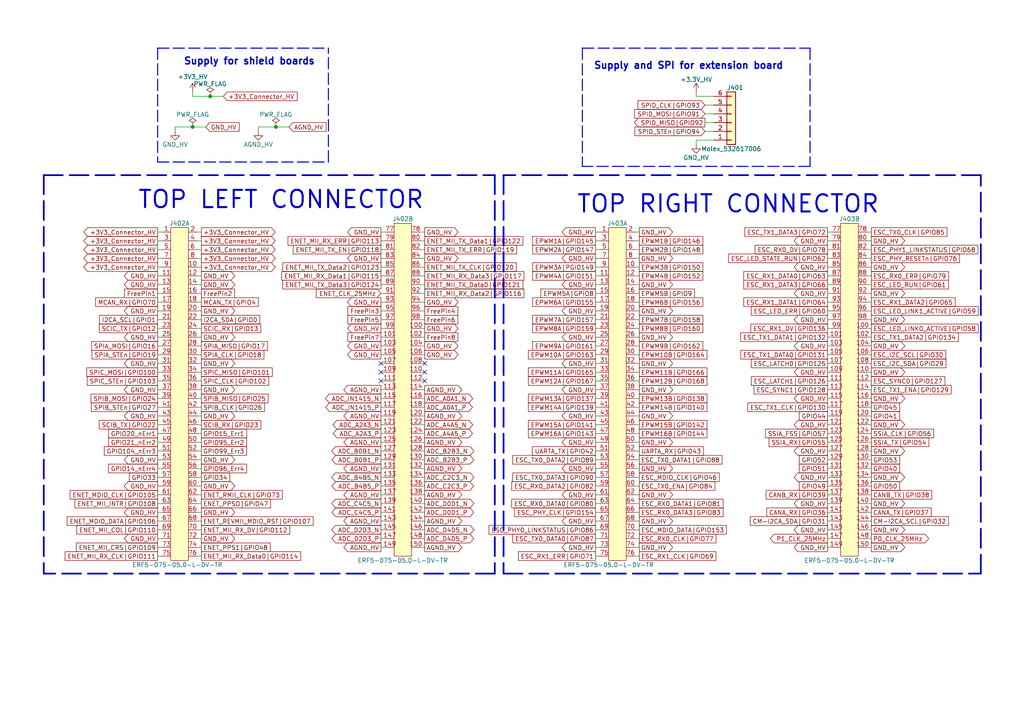
<source format=kicad_sch>
(kicad_sch (version 20211123) (generator eeschema)
  (paper "A4")
  (junction (at 55.88 36.83))
  (junction (at 60.96 27.94))
  (junction (at 80.01 36.83))
  (no_connect (at 123.19 110.49))
  (no_connect (at 110.49 110.49))
  (no_connect (at 123.19 105.41))
  (no_connect (at 123.19 107.95))
  (no_connect (at 110.49 105.41))
  (no_connect (at 110.49 107.95))
  (wire (pts (xy 251.46 82.55) (xy 252.73 82.55)))
  (wire (pts (xy 121.92 95.25) (xy 123.19 95.25)))
  (wire (pts (xy 57.15 146.05) (xy 58.42 146.05)))
  (wire (pts (xy 121.92 156.21) (xy 123.19 156.21)))
  (wire (pts (xy 172.72 146.05) (xy 173.99 146.05)))
  (wire (pts (xy 240.03 146.05) (xy 241.3 146.05)))
  (wire (pts (xy 240.03 85.09) (xy 241.3 85.09)))
  (wire (pts (xy 240.03 110.49) (xy 241.3 110.49)))
  (wire (pts (xy 184.15 130.81) (xy 185.42 130.81)))
  (wire (pts (xy 184.15 151.13) (xy 185.42 151.13)))
  (wire (pts (xy 110.49 90.17) (xy 111.76 90.17)))
  (wire (pts (xy 45.72 120.65) (xy 46.99 120.65)))
  (wire (pts (xy 110.49 156.21) (xy 111.76 156.21)))
  (wire (pts (xy 184.15 135.89) (xy 185.42 135.89)))
  (wire (pts (xy 45.72 125.73) (xy 46.99 125.73)))
  (wire (pts (xy 184.15 138.43) (xy 185.42 138.43)))
  (wire (pts (xy 57.15 120.65) (xy 58.42 120.65)))
  (polyline (pts (xy 168.91 13.97) (xy 168.91 48.26)) (stroke (width 0.3)))
  (wire (pts (xy 110.49 138.43) (xy 111.76 138.43)))
  (wire (pts (xy 57.15 113.03) (xy 58.42 113.03)))
  (wire (pts (xy 204.47 38.1) (xy 207.01 38.1)))
  (wire (pts (xy 240.03 153.67) (xy 241.3 153.67)))
  (wire (pts (xy 251.46 100.33) (xy 252.73 100.33)))
  (wire (pts (xy 57.15 105.41) (xy 58.42 105.41)))
  (polyline (pts (xy 12.7 50.8) (xy 12.7 166.37)) (stroke (width 0.5) (type dash)))
  (wire (pts (xy 172.72 120.65) (xy 173.99 120.65)))
  (wire (pts (xy 172.72 135.89) (xy 173.99 135.89)))
  (wire (pts (xy 110.49 80.01) (xy 111.76 80.01)))
  (wire (pts (xy 110.49 151.13) (xy 111.76 151.13)))
  (wire (pts (xy 45.72 153.67) (xy 46.99 153.67)))
  (wire (pts (xy 121.92 105.41) (xy 123.19 105.41)))
  (wire (pts (xy 172.72 148.59) (xy 173.99 148.59)))
  (wire (pts (xy 184.15 153.67) (xy 185.42 153.67)))
  (wire (pts (xy 172.72 156.21) (xy 173.99 156.21)))
  (wire (pts (xy 45.72 146.05) (xy 46.99 146.05)))
  (wire (pts (xy 121.92 153.67) (xy 123.19 153.67)))
  (wire (pts (xy 172.72 115.57) (xy 173.99 115.57)))
  (wire (pts (xy 110.49 95.25) (xy 111.76 95.25)))
  (polyline (pts (xy 143.51 50.8) (xy 143.51 166.37)) (stroke (width 0.5) (type dash)))
  (wire (pts (xy 172.72 95.25) (xy 173.99 95.25)))
  (wire (pts (xy 184.15 87.63) (xy 185.42 87.63)))
  (wire (pts (xy 184.15 102.87) (xy 185.42 102.87)))
  (wire (pts (xy 110.49 85.09) (xy 111.76 85.09)))
  (wire (pts (xy 110.49 107.95) (xy 111.76 107.95)))
  (wire (pts (xy 240.03 148.59) (xy 241.3 148.59)))
  (wire (pts (xy 110.49 100.33) (xy 111.76 100.33)))
  (wire (pts (xy 57.15 110.49) (xy 58.42 110.49)))
  (wire (pts (xy 45.72 140.97) (xy 46.99 140.97)))
  (wire (pts (xy 121.92 102.87) (xy 123.19 102.87)))
  (wire (pts (xy 45.72 82.55) (xy 46.99 82.55)))
  (wire (pts (xy 184.15 113.03) (xy 185.42 113.03)))
  (polyline (pts (xy 284.48 50.8) (xy 146.05 50.8)) (stroke (width 0.5) (type dash)))
  (wire (pts (xy 240.03 82.55) (xy 241.3 82.55)))
  (wire (pts (xy 184.15 125.73) (xy 185.42 125.73)))
  (wire (pts (xy 121.92 146.05) (xy 123.19 146.05)))
  (wire (pts (xy 184.15 118.11) (xy 185.42 118.11)))
  (wire (pts (xy 45.72 135.89) (xy 46.99 135.89)))
  (wire (pts (xy 184.15 105.41) (xy 185.42 105.41)))
  (wire (pts (xy 201.93 40.64) (xy 207.01 40.64)))
  (polyline (pts (xy 234.95 13.97) (xy 234.95 48.26)) (stroke (width 0.3)))
  (wire (pts (xy 251.46 146.05) (xy 252.73 146.05)))
  (wire (pts (xy 121.92 80.01) (xy 123.19 80.01)))
  (wire (pts (xy 57.15 97.79) (xy 58.42 97.79)))
  (wire (pts (xy 172.72 118.11) (xy 173.99 118.11)))
  (wire (pts (xy 184.15 74.93) (xy 185.42 74.93)))
  (wire (pts (xy 172.72 105.41) (xy 173.99 105.41)))
  (wire (pts (xy 240.03 102.87) (xy 241.3 102.87)))
  (wire (pts (xy 57.15 90.17) (xy 58.42 90.17)))
  (wire (pts (xy 251.46 85.09) (xy 252.73 85.09)))
  (wire (pts (xy 184.15 90.17) (xy 185.42 90.17)))
  (wire (pts (xy 45.72 72.39) (xy 46.99 72.39)))
  (wire (pts (xy 172.72 85.09) (xy 173.99 85.09)))
  (wire (pts (xy 57.15 140.97) (xy 58.42 140.97)))
  (wire (pts (xy 80.01 36.83) (xy 74.93 36.83)))
  (wire (pts (xy 50.8 36.83) (xy 50.8 38.1)))
  (wire (pts (xy 251.46 90.17) (xy 252.73 90.17)))
  (wire (pts (xy 172.72 153.67) (xy 173.99 153.67)))
  (wire (pts (xy 172.72 140.97) (xy 173.99 140.97)))
  (wire (pts (xy 251.46 133.35) (xy 252.73 133.35)))
  (wire (pts (xy 110.49 72.39) (xy 111.76 72.39)))
  (polyline (pts (xy 168.91 13.97) (xy 234.95 13.97)) (stroke (width 0.3)))
  (wire (pts (xy 57.15 133.35) (xy 58.42 133.35)))
  (wire (pts (xy 121.92 113.03) (xy 123.19 113.03)))
  (wire (pts (xy 45.72 85.09) (xy 46.99 85.09)))
  (wire (pts (xy 45.72 67.31) (xy 46.99 67.31)))
  (wire (pts (xy 172.72 123.19) (xy 173.99 123.19)))
  (wire (pts (xy 121.92 72.39) (xy 123.19 72.39)))
  (wire (pts (xy 45.72 90.17) (xy 46.99 90.17)))
  (wire (pts (xy 121.92 107.95) (xy 123.19 107.95)))
  (wire (pts (xy 251.46 87.63) (xy 252.73 87.63)))
  (wire (pts (xy 172.72 107.95) (xy 173.99 107.95)))
  (wire (pts (xy 240.03 97.79) (xy 241.3 97.79)))
  (wire (pts (xy 121.92 140.97) (xy 123.19 140.97)))
  (wire (pts (xy 172.72 82.55) (xy 173.99 82.55)))
  (wire (pts (xy 184.15 69.85) (xy 185.42 69.85)))
  (wire (pts (xy 110.49 130.81) (xy 111.76 130.81)))
  (wire (pts (xy 184.15 97.79) (xy 185.42 97.79)))
  (wire (pts (xy 240.03 107.95) (xy 241.3 107.95)))
  (wire (pts (xy 110.49 125.73) (xy 111.76 125.73)))
  (wire (pts (xy 251.46 77.47) (xy 252.73 77.47)))
  (wire (pts (xy 172.72 67.31) (xy 173.99 67.31)))
  (wire (pts (xy 121.92 100.33) (xy 123.19 100.33)))
  (wire (pts (xy 240.03 118.11) (xy 241.3 118.11)))
  (wire (pts (xy 45.72 156.21) (xy 46.99 156.21)))
  (wire (pts (xy 110.49 158.75) (xy 111.76 158.75)))
  (wire (pts (xy 184.15 72.39) (xy 185.42 72.39)))
  (wire (pts (xy 172.72 138.43) (xy 173.99 138.43)))
  (wire (pts (xy 172.72 113.03) (xy 173.99 113.03)))
  (wire (pts (xy 251.46 80.01) (xy 252.73 80.01)))
  (wire (pts (xy 57.15 118.11) (xy 58.42 118.11)))
  (wire (pts (xy 240.03 128.27) (xy 241.3 128.27)))
  (wire (pts (xy 121.92 120.65) (xy 123.19 120.65)))
  (polyline (pts (xy 45.72 13.97) (xy 45.72 46.99)) (stroke (width 0.3)))
  (wire (pts (xy 45.72 118.11) (xy 46.99 118.11)))
  (wire (pts (xy 121.92 130.81) (xy 123.19 130.81)))
  (wire (pts (xy 240.03 140.97) (xy 241.3 140.97)))
  (wire (pts (xy 110.49 143.51) (xy 111.76 143.51)))
  (wire (pts (xy 45.72 92.71) (xy 46.99 92.71)))
  (wire (pts (xy 45.72 95.25) (xy 46.99 95.25)))
  (wire (pts (xy 172.72 97.79) (xy 173.99 97.79)))
  (wire (pts (xy 121.92 85.09) (xy 123.19 85.09)))
  (wire (pts (xy 110.49 115.57) (xy 111.76 115.57)))
  (polyline (pts (xy 45.72 46.99) (xy 95.25 46.99)) (stroke (width 0.3)))
  (wire (pts (xy 121.92 82.55) (xy 123.19 82.55)))
  (wire (pts (xy 110.49 140.97) (xy 111.76 140.97)))
  (wire (pts (xy 60.96 27.94) (xy 55.88 27.94)))
  (wire (pts (xy 184.15 85.09) (xy 185.42 85.09)))
  (wire (pts (xy 172.72 72.39) (xy 173.99 72.39)))
  (wire (pts (xy 45.72 100.33) (xy 46.99 100.33)))
  (wire (pts (xy 172.72 130.81) (xy 173.99 130.81)))
  (wire (pts (xy 57.15 92.71) (xy 58.42 92.71)))
  (wire (pts (xy 121.92 74.93) (xy 123.19 74.93)))
  (wire (pts (xy 251.46 72.39) (xy 252.73 72.39)))
  (wire (pts (xy 45.72 148.59) (xy 46.99 148.59)))
  (wire (pts (xy 251.46 105.41) (xy 252.73 105.41)))
  (wire (pts (xy 172.72 87.63) (xy 173.99 87.63)))
  (wire (pts (xy 57.15 128.27) (xy 58.42 128.27)))
  (wire (pts (xy 240.03 72.39) (xy 241.3 72.39)))
  (wire (pts (xy 121.92 69.85) (xy 123.19 69.85)))
  (wire (pts (xy 57.15 74.93) (xy 58.42 74.93)))
  (wire (pts (xy 240.03 115.57) (xy 241.3 115.57)))
  (wire (pts (xy 251.46 115.57) (xy 252.73 115.57)))
  (wire (pts (xy 251.46 110.49) (xy 252.73 110.49)))
  (wire (pts (xy 251.46 135.89) (xy 252.73 135.89)))
  (wire (pts (xy 64.77 27.94) (xy 60.96 27.94)))
  (wire (pts (xy 172.72 110.49) (xy 173.99 110.49)))
  (wire (pts (xy 172.72 143.51) (xy 173.99 143.51)))
  (wire (pts (xy 240.03 156.21) (xy 241.3 156.21)))
  (wire (pts (xy 121.92 97.79) (xy 123.19 97.79)))
  (wire (pts (xy 121.92 138.43) (xy 123.19 138.43)))
  (wire (pts (xy 110.49 74.93) (xy 111.76 74.93)))
  (wire (pts (xy 110.49 113.03) (xy 111.76 113.03)))
  (wire (pts (xy 184.15 67.31) (xy 185.42 67.31)))
  (wire (pts (xy 184.15 120.65) (xy 185.42 120.65)))
  (wire (pts (xy 57.15 153.67) (xy 58.42 153.67)))
  (wire (pts (xy 110.49 123.19) (xy 111.76 123.19)))
  (wire (pts (xy 251.46 107.95) (xy 252.73 107.95)))
  (wire (pts (xy 121.92 125.73) (xy 123.19 125.73)))
  (polyline (pts (xy 143.51 166.37) (xy 12.7 166.37)) (stroke (width 0.5) (type dash)))
  (wire (pts (xy 121.92 148.59) (xy 123.19 148.59)))
  (wire (pts (xy 251.46 97.79) (xy 252.73 97.79)))
  (wire (pts (xy 240.03 158.75) (xy 241.3 158.75)))
  (wire (pts (xy 204.47 30.48) (xy 207.01 30.48)))
  (wire (pts (xy 110.49 97.79) (xy 111.76 97.79)))
  (wire (pts (xy 172.72 90.17) (xy 173.99 90.17)))
  (wire (pts (xy 172.72 100.33) (xy 173.99 100.33)))
  (wire (pts (xy 45.72 143.51) (xy 46.99 143.51)))
  (wire (pts (xy 184.15 80.01) (xy 185.42 80.01)))
  (wire (pts (xy 45.72 80.01) (xy 46.99 80.01)))
  (wire (pts (xy 240.03 95.25) (xy 241.3 95.25)))
  (wire (pts (xy 240.03 125.73) (xy 241.3 125.73)))
  (wire (pts (xy 184.15 100.33) (xy 185.42 100.33)))
  (wire (pts (xy 57.15 100.33) (xy 58.42 100.33)))
  (wire (pts (xy 110.49 133.35) (xy 111.76 133.35)))
  (wire (pts (xy 240.03 120.65) (xy 241.3 120.65)))
  (wire (pts (xy 57.15 151.13) (xy 58.42 151.13)))
  (wire (pts (xy 45.72 110.49) (xy 46.99 110.49)))
  (wire (pts (xy 207.01 27.94) (xy 201.93 27.94)))
  (wire (pts (xy 110.49 69.85) (xy 111.76 69.85)))
  (wire (pts (xy 57.15 148.59) (xy 58.42 148.59)))
  (wire (pts (xy 110.49 67.31) (xy 111.76 67.31)))
  (wire (pts (xy 240.03 90.17) (xy 241.3 90.17)))
  (wire (pts (xy 240.03 151.13) (xy 241.3 151.13)))
  (wire (pts (xy 45.72 107.95) (xy 46.99 107.95)))
  (wire (pts (xy 57.15 87.63) (xy 58.42 87.63)))
  (wire (pts (xy 240.03 77.47) (xy 241.3 77.47)))
  (wire (pts (xy 57.15 135.89) (xy 58.42 135.89)))
  (wire (pts (xy 184.15 123.19) (xy 185.42 123.19)))
  (wire (pts (xy 110.49 77.47) (xy 111.76 77.47)))
  (wire (pts (xy 45.72 133.35) (xy 46.99 133.35)))
  (wire (pts (xy 251.46 113.03) (xy 252.73 113.03)))
  (wire (pts (xy 55.88 26.67) (xy 55.88 27.94)))
  (wire (pts (xy 57.15 107.95) (xy 58.42 107.95)))
  (wire (pts (xy 121.92 128.27) (xy 123.19 128.27)))
  (wire (pts (xy 121.92 151.13) (xy 123.19 151.13)))
  (wire (pts (xy 184.15 110.49) (xy 185.42 110.49)))
  (polyline (pts (xy 12.7 50.8) (xy 143.51 50.8)) (stroke (width 0.5) (type dash)))
  (wire (pts (xy 172.72 69.85) (xy 173.99 69.85)))
  (wire (pts (xy 184.15 146.05) (xy 185.42 146.05)))
  (wire (pts (xy 57.15 125.73) (xy 58.42 125.73)))
  (wire (pts (xy 110.49 105.41) (xy 111.76 105.41)))
  (wire (pts (xy 184.15 128.27) (xy 185.42 128.27)))
  (wire (pts (xy 45.72 128.27) (xy 46.99 128.27)))
  (wire (pts (xy 184.15 140.97) (xy 185.42 140.97)))
  (polyline (pts (xy 95.25 46.99) (xy 95.25 13.97)) (stroke (width 0.3)))
  (wire (pts (xy 121.92 118.11) (xy 123.19 118.11)))
  (wire (pts (xy 184.15 156.21) (xy 185.42 156.21)))
  (wire (pts (xy 184.15 143.51) (xy 185.42 143.51)))
  (wire (pts (xy 184.15 95.25) (xy 185.42 95.25)))
  (wire (pts (xy 184.15 82.55) (xy 185.42 82.55)))
  (wire (pts (xy 57.15 138.43) (xy 58.42 138.43)))
  (wire (pts (xy 201.93 40.64) (xy 201.93 41.91)))
  (wire (pts (xy 251.46 125.73) (xy 252.73 125.73)))
  (wire (pts (xy 251.46 120.65) (xy 252.73 120.65)))
  (wire (pts (xy 240.03 135.89) (xy 241.3 135.89)))
  (wire (pts (xy 184.15 133.35) (xy 185.42 133.35)))
  (wire (pts (xy 172.72 92.71) (xy 173.99 92.71)))
  (wire (pts (xy 45.72 69.85) (xy 46.99 69.85)))
  (wire (pts (xy 121.92 135.89) (xy 123.19 135.89)))
  (wire (pts (xy 251.46 74.93) (xy 252.73 74.93)))
  (wire (pts (xy 204.47 33.02) (xy 207.01 33.02)))
  (wire (pts (xy 240.03 74.93) (xy 241.3 74.93)))
  (wire (pts (xy 251.46 67.31) (xy 252.73 67.31)))
  (wire (pts (xy 240.03 143.51) (xy 241.3 143.51)))
  (wire (pts (xy 121.92 143.51) (xy 123.19 143.51)))
  (wire (pts (xy 184.15 158.75) (xy 185.42 158.75)))
  (wire (pts (xy 251.46 95.25) (xy 252.73 95.25)))
  (wire (pts (xy 57.15 156.21) (xy 58.42 156.21)))
  (wire (pts (xy 121.92 133.35) (xy 123.19 133.35)))
  (wire (pts (xy 57.15 123.19) (xy 58.42 123.19)))
  (wire (pts (xy 172.72 74.93) (xy 173.99 74.93)))
  (polyline (pts (xy 146.05 50.8) (xy 146.05 166.37)) (stroke (width 0.5) (type dash)))
  (wire (pts (xy 110.49 128.27) (xy 111.76 128.27)))
  (wire (pts (xy 121.92 90.17) (xy 123.19 90.17)))
  (wire (pts (xy 121.92 110.49) (xy 123.19 110.49)))
  (wire (pts (xy 204.47 35.56) (xy 207.01 35.56)))
  (polyline (pts (xy 146.05 166.37) (xy 284.48 166.37)) (stroke (width 0.5) (type dash)))
  (wire (pts (xy 172.72 133.35) (xy 173.99 133.35)))
  (wire (pts (xy 57.15 130.81) (xy 58.42 130.81)))
  (wire (pts (xy 57.15 143.51) (xy 58.42 143.51)))
  (wire (pts (xy 57.15 80.01) (xy 58.42 80.01)))
  (wire (pts (xy 240.03 100.33) (xy 241.3 100.33)))
  (wire (pts (xy 45.72 130.81) (xy 46.99 130.81)))
  (wire (pts (xy 110.49 148.59) (xy 111.76 148.59)))
  (wire (pts (xy 251.46 151.13) (xy 252.73 151.13)))
  (wire (pts (xy 57.15 72.39) (xy 58.42 72.39)))
  (wire (pts (xy 240.03 80.01) (xy 241.3 80.01)))
  (wire (pts (xy 121.92 115.57) (xy 123.19 115.57)))
  (wire (pts (xy 184.15 161.29) (xy 185.42 161.29)))
  (wire (pts (xy 59.69 36.83) (xy 55.88 36.83)))
  (wire (pts (xy 251.46 118.11) (xy 252.73 118.11)))
  (wire (pts (xy 172.72 151.13) (xy 173.99 151.13)))
  (wire (pts (xy 45.72 151.13) (xy 46.99 151.13)))
  (wire (pts (xy 172.72 102.87) (xy 173.99 102.87)))
  (wire (pts (xy 240.03 113.03) (xy 241.3 113.03)))
  (wire (pts (xy 110.49 102.87) (xy 111.76 102.87)))
  (wire (pts (xy 184.15 77.47) (xy 185.42 77.47)))
  (wire (pts (xy 172.72 128.27) (xy 173.99 128.27)))
  (wire (pts (xy 121.92 77.47) (xy 123.19 77.47)))
  (wire (pts (xy 251.46 148.59) (xy 252.73 148.59)))
  (wire (pts (xy 57.15 67.31) (xy 58.42 67.31)))
  (wire (pts (xy 172.72 77.47) (xy 173.99 77.47)))
  (wire (pts (xy 57.15 102.87) (xy 58.42 102.87)))
  (wire (pts (xy 240.03 92.71) (xy 241.3 92.71)))
  (wire (pts (xy 251.46 128.27) (xy 252.73 128.27)))
  (wire (pts (xy 110.49 153.67) (xy 111.76 153.67)))
  (wire (pts (xy 184.15 115.57) (xy 185.42 115.57)))
  (wire (pts (xy 45.72 161.29) (xy 46.99 161.29)))
  (wire (pts (xy 184.15 92.71) (xy 185.42 92.71)))
  (wire (pts (xy 121.92 123.19) (xy 123.19 123.19)))
  (wire (pts (xy 110.49 82.55) (xy 111.76 82.55)))
  (wire (pts (xy 172.72 158.75) (xy 173.99 158.75)))
  (wire (pts (xy 251.46 153.67) (xy 252.73 153.67)))
  (polyline (pts (xy 45.72 13.97) (xy 95.25 13.97)) (stroke (width 0.3)))
  (wire (pts (xy 184.15 107.95) (xy 185.42 107.95)))
  (wire (pts (xy 240.03 67.31) (xy 241.3 67.31)))
  (wire (pts (xy 251.46 92.71) (xy 252.73 92.71)))
  (wire (pts (xy 251.46 102.87) (xy 252.73 102.87)))
  (wire (pts (xy 121.92 158.75) (xy 123.19 158.75)))
  (wire (pts (xy 172.72 161.29) (xy 173.99 161.29)))
  (wire (pts (xy 57.15 85.09) (xy 58.42 85.09)))
  (wire (pts (xy 201.93 27.94) (xy 201.93 26.67)))
  (wire (pts (xy 251.46 140.97) (xy 252.73 140.97)))
  (wire (pts (xy 45.72 138.43) (xy 46.99 138.43)))
  (wire (pts (xy 55.88 36.83) (xy 50.8 36.83)))
  (wire (pts (xy 45.72 74.93) (xy 46.99 74.93)))
  (wire (pts (xy 240.03 123.19) (xy 241.3 123.19)))
  (wire (pts (xy 240.03 133.35) (xy 241.3 133.35)))
  (wire (pts (xy 240.03 87.63) (xy 241.3 87.63)))
  (wire (pts (xy 57.15 77.47) (xy 58.42 77.47)))
  (wire (pts (xy 240.03 130.81) (xy 241.3 130.81)))
  (wire (pts (xy 57.15 69.85) (xy 58.42 69.85)))
  (wire (pts (xy 57.15 161.29) (xy 58.42 161.29)))
  (wire (pts (xy 184.15 148.59) (xy 185.42 148.59)))
  (wire (pts (xy 57.15 158.75) (xy 58.42 158.75)))
  (wire (pts (xy 45.72 87.63) (xy 46.99 87.63)))
  (wire (pts (xy 110.49 146.05) (xy 111.76 146.05)))
  (wire (pts (xy 251.46 138.43) (xy 252.73 138.43)))
  (wire (pts (xy 45.72 115.57) (xy 46.99 115.57)))
  (wire (pts (xy 110.49 110.49) (xy 111.76 110.49)))
  (wire (pts (xy 45.72 123.19) (xy 46.99 123.19)))
  (wire (pts (xy 251.46 130.81) (xy 252.73 130.81)))
  (wire (pts (xy 251.46 69.85) (xy 252.73 69.85)))
  (wire (pts (xy 240.03 69.85) (xy 241.3 69.85)))
  (wire (pts (xy 45.72 113.03) (xy 46.99 113.03)))
  (wire (pts (xy 172.72 125.73) (xy 173.99 125.73)))
  (wire (pts (xy 251.46 156.21) (xy 252.73 156.21)))
  (wire (pts (xy 121.92 87.63) (xy 123.19 87.63)))
  (wire (pts (xy 251.46 158.75) (xy 252.73 158.75)))
  (wire (pts (xy 45.72 158.75) (xy 46.99 158.75)))
  (wire (pts (xy 45.72 105.41) (xy 46.99 105.41)))
  (wire (pts (xy 251.46 143.51) (xy 252.73 143.51)))
  (wire (pts (xy 57.15 82.55) (xy 58.42 82.55)))
  (wire (pts (xy 45.72 77.47) (xy 46.99 77.47)))
  (wire (pts (xy 83.82 36.83) (xy 80.01 36.83)))
  (wire (pts (xy 110.49 120.65) (xy 111.76 120.65)))
  (wire (pts (xy 45.72 97.79) (xy 46.99 97.79)))
  (polyline (pts (xy 234.95 48.26) (xy 168.91 48.26)) (stroke (width 0.3)))
  (wire (pts (xy 45.72 102.87) (xy 46.99 102.87)))
  (wire (pts (xy 57.15 115.57) (xy 58.42 115.57)))
  (wire (pts (xy 110.49 87.63) (xy 111.76 87.63)))
  (polyline (pts (xy 284.48 166.37) (xy 284.48 50.8)) (stroke (width 0.5) (type dash)))
  (wire (pts (xy 110.49 135.89) (xy 111.76 135.89)))
  (wire (pts (xy 110.49 118.11) (xy 111.76 118.11)))
  (wire (pts (xy 121.92 92.71) (xy 123.19 92.71)))
  (wire (pts (xy 121.92 67.31) (xy 123.19 67.31)))
  (wire (pts (xy 110.49 92.71) (xy 111.76 92.71)))
  (wire (pts (xy 240.03 138.43) (xy 241.3 138.43)))
  (wire (pts (xy 172.72 80.01) (xy 173.99 80.01)))
  (wire (pts (xy 57.15 95.25) (xy 58.42 95.25)))
  (wire (pts (xy 251.46 123.19) (xy 252.73 123.19)))
  (wire (pts (xy 240.03 105.41) (xy 241.3 105.41)))
  (wire (pts (xy 74.93 36.83) (xy 74.93 38.1)))
  (text "TOP LEFT CONNECTOR" (at 123.19 60.96 180) (effects (font (size 5 5) (thickness 0.6) bold) (justify right bottom)))
  (text "Supply and SPI for extension board" (at 227.33 20.32 180) (effects (font (size 2 2) (thickness 0.4) bold) (justify right bottom)))
  (text "TOP RIGHT CONNECTOR" (at 255.27 62.23 180) (effects (font (size 5 5) (thickness 0.6) bold) (justify right bottom)))
  (text "Supply for shield boards" (at 91.44 19.05 180) (effects (font (size 2 2) (thickness 0.4) bold) (justify right bottom)))
  (global_label "ESC_RX1_DATA2|GPIO65" (shape passive) (at 252.73 87.63 0) (property "Intersheet References" "${INTERSHEET_REFS}" (effects hide)))
  (global_label "AGND_HV" (shape output) (at 123.19 113.03 0) (property "Intersheet References" "${INTERSHEET_REFS}" (effects hide)))
  (global_label "EPWM3A|PGIO149" (shape passive) (at 172.72 77.47 180) (property "Intersheet References" "${INTERSHEET_REFS}" (effects hide)))
  (global_label "GND_HV" (shape output) (at 252.73 100.33 0) (property "Intersheet References" "${INTERSHEET_REFS}" (effects hide)))
  (global_label "ENET_CLK_25MHz" (shape input) (at 110.49 85.09 180) (property "Intersheet References" "${INTERSHEET_REFS}" (effects hide)))
  (global_label "CANA_TX|GPIO37" (shape passive) (at 252.73 148.59 0) (property "Intersheet References" "${INTERSHEET_REFS}" (effects hide)))
  (global_label "SPIB_CLK|GPIO26" (shape passive) (at 58.42 118.11 0) (property "Intersheet References" "${INTERSHEET_REFS}" (effects hide)))
  (global_label "ADC_A0A1_P" (shape output) (at 123.19 118.11 0) (property "Intersheet References" "${INTERSHEET_REFS}" (effects hide)))
  (global_label "GND_HV" (shape output) (at 58.42 156.21 0) (property "Intersheet References" "${INTERSHEET_REFS}" (effects hide)))
  (global_label "P1_CLK_25MHz" (shape output) (at 240.03 156.21 180) (property "Intersheet References" "${INTERSHEET_REFS}" (effects hide)))
  (global_label "GPIO95_Err2" (shape passive) (at 58.42 128.27 0) (property "Intersheet References" "${INTERSHEET_REFS}" (effects hide)))
  (global_label "ESC_PHY_CLK|GPIO154" (shape passive) (at 172.72 148.59 180) (property "Intersheet References" "${INTERSHEET_REFS}" (effects hide)))
  (global_label "GND_HV" (shape output) (at 58.42 90.17 0) (property "Intersheet References" "${INTERSHEET_REFS}" (effects hide)))
  (global_label "AGND_HV" (shape output) (at 110.49 120.65 180) (property "Intersheet References" "${INTERSHEET_REFS}" (effects hide)))
  (global_label "FreePin2" (shape passive) (at 58.42 85.09 0) (property "Intersheet References" "${INTERSHEET_REFS}" (effects hide)))
  (global_label "ENET_MII_INTR|GPIO108" (shape passive) (at 45.72 146.05 180) (property "Intersheet References" "${INTERSHEET_REFS}" (effects hide)))
  (global_label "GND_HV" (shape output) (at 185.42 151.13 0) (property "Intersheet References" "${INTERSHEET_REFS}" (effects hide)))
  (global_label "CANA_RX|GPIO36" (shape passive) (at 240.03 148.59 180) (property "Intersheet References" "${INTERSHEET_REFS}" (effects hide)))
  (global_label "GND_HV" (shape output) (at 240.03 77.47 180) (property "Intersheet References" "${INTERSHEET_REFS}" (effects hide)))
  (global_label "ENET_MII_TX_Data0|GPIO121" (shape passive) (at 123.19 82.55 0) (property "Intersheet References" "${INTERSHEET_REFS}" (effects hide)))
  (global_label "ADC_C4C5_N" (shape output) (at 110.49 146.05 180) (property "Intersheet References" "${INTERSHEET_REFS}" (effects hide)))
  (global_label "SPIB_STEn|GPIO27" (shape passive) (at 45.72 118.11 180) (property "Intersheet References" "${INTERSHEET_REFS}" (effects hide)))
  (global_label "ENET_MII_TX_EN|GPIO118" (shape passive) (at 110.49 72.39 180) (property "Intersheet References" "${INTERSHEET_REFS}" (effects hide)))
  (global_label "GPIO41" (shape passive) (at 252.73 120.65 0) (property "Intersheet References" "${INTERSHEET_REFS}" (effects hide)))
  (global_label "ESC_SYNC0|GPIO127" (shape passive) (at 252.73 110.49 0) (property "Intersheet References" "${INTERSHEET_REFS}" (effects hide)))
  (global_label "GPIO21_nErr2" (shape passive) (at 45.72 128.27 180) (property "Intersheet References" "${INTERSHEET_REFS}" (effects hide)))
  (global_label "ESC_LED_STATE_RUN|GPIO62" (shape passive) (at 240.03 74.93 180) (property "Intersheet References" "${INTERSHEET_REFS}" (effects hide)))
  (global_label "ADC_B0B1_P" (shape output) (at 110.49 133.35 180) (property "Intersheet References" "${INTERSHEET_REFS}" (effects hide)))
  (global_label "GND_HV" (shape output) (at 252.73 115.57 0) (property "Intersheet References" "${INTERSHEET_REFS}" (effects hide)))
  (global_label "ESC_TX0_DATA3|GPIO90" (shape passive) (at 172.72 138.43 180) (property "Intersheet References" "${INTERSHEET_REFS}" (effects hide)))
  (global_label "GND_HV" (shape output) (at 252.73 158.75 0) (property "Intersheet References" "${INTERSHEET_REFS}" (effects hide)))
  (global_label "ADC_C2C3_N" (shape output) (at 123.19 138.43 0) (property "Intersheet References" "${INTERSHEET_REFS}" (effects hide)))
  (global_label "ENET_MII_TX_Data3|GPIO124" (shape passive) (at 110.49 82.55 180) (property "Intersheet References" "${INTERSHEET_REFS}" (effects hide)))
  (global_label "GND_HV" (shape output) (at 110.49 87.63 180) (property "Intersheet References" "${INTERSHEET_REFS}" (effects hide)))
  (global_label "SPID_MOSI|GPIO91" (shape input) (at 204.47 33.02 180) (property "Intersheet References" "${INTERSHEET_REFS}" (effects hide)))
  (global_label "ESC_LED_RUN|GPIO61" (shape passive) (at 252.73 82.55 0) (property "Intersheet References" "${INTERSHEET_REFS}" (effects hide)))
  (global_label "FreePin5" (shape passive) (at 110.49 92.71 180) (property "Intersheet References" "${INTERSHEET_REFS}" (effects hide)))
  (global_label "ESC_RX1_CLK|GPIO69" (shape passive) (at 185.42 161.29 0) (property "Intersheet References" "${INTERSHEET_REFS}" (effects hide)))
  (global_label "ESC_RX1_ERR|GPIO71" (shape passive) (at 172.72 161.29 180) (property "Intersheet References" "${INTERSHEET_REFS}" (effects hide)))
  (global_label "ENET_MII_TX_Data1|GPIO122" (shape passive) (at 123.19 69.85 0) (property "Intersheet References" "${INTERSHEET_REFS}" (effects hide)))
  (global_label "EPWM3B|GPIO150" (shape passive) (at 185.42 77.47 0) (property "Intersheet References" "${INTERSHEET_REFS}" (effects hide)))
  (global_label "EPWM1A|GPIO145" (shape passive) (at 172.72 69.85 180) (property "Intersheet References" "${INTERSHEET_REFS}" (effects hide)))
  (global_label "GND_HV" (shape output) (at 58.42 120.65 0) (property "Intersheet References" "${INTERSHEET_REFS}" (effects hide)))
  (global_label "ESC_TX1_CLK|GPIO130" (shape passive) (at 240.03 118.11 180) (property "Intersheet References" "${INTERSHEET_REFS}" (effects hide)))
  (global_label "ENET_MII_CRS|GPIO109" (shape passive) (at 45.72 158.75 180) (property "Intersheet References" "${INTERSHEET_REFS}" (effects hide)))
  (global_label "GND_HV" (shape output) (at 185.42 113.03 0) (property "Intersheet References" "${INTERSHEET_REFS}" (effects hide)))
  (global_label "ESC_LED_LINK1_ACTIVE|GPIO59" (shape passive) (at 252.73 90.17 0) (property "Intersheet References" "${INTERSHEET_REFS}" (effects hide)))
  (global_label "+3V3_Connector_HV" (shape output) (at 58.42 74.93 0) (property "Intersheet References" "${INTERSHEET_REFS}" (effects hide)))
  (global_label "EPWM5A|GPIO8" (shape passive) (at 172.72 85.09 180) (property "Intersheet References" "${INTERSHEET_REFS}" (effects hide)))
  (global_label "GND_HV" (shape output) (at 45.72 156.21 180) (property "Intersheet References" "${INTERSHEET_REFS}" (effects hide)))
  (global_label "EPWM16B|GPIO144" (shape passive) (at 185.42 125.73 0) (property "Intersheet References" "${INTERSHEET_REFS}" (effects hide)))
  (global_label "+3V3_Connector_HV" (shape output) (at 58.42 67.31 0) (property "Intersheet References" "${INTERSHEET_REFS}" (effects hide)))
  (global_label "FreePin6" (shape passive) (at 123.19 92.71 0) (property "Intersheet References" "${INTERSHEET_REFS}" (effects hide)))
  (global_label "GND_HV" (shape output) (at 45.72 148.59 180) (property "Intersheet References" "${INTERSHEET_REFS}" (effects hide)))
  (global_label "ADC_A2A3_N" (shape output) (at 110.49 123.19 180) (property "Intersheet References" "${INTERSHEET_REFS}" (effects hide)))
  (global_label "SPIC_MISO|GPIO101" (shape passive) (at 58.42 107.95 0) (property "Intersheet References" "${INTERSHEET_REFS}" (effects hide)))
  (global_label "GND_HV" (shape output) (at 240.03 146.05 180) (property "Intersheet References" "${INTERSHEET_REFS}" (effects hide)))
  (global_label "GND_HV" (shape output) (at 123.19 74.93 0) (property "Intersheet References" "${INTERSHEET_REFS}" (effects hide)))
  (global_label "ADC_D4D5_P" (shape output) (at 123.19 156.21 0) (property "Intersheet References" "${INTERSHEET_REFS}" (effects hide)))
  (global_label "GND_HV" (shape output) (at 172.72 90.17 180) (property "Intersheet References" "${INTERSHEET_REFS}" (effects hide)))
  (global_label "EPWM9B|GPIO162" (shape passive) (at 185.42 100.33 0) (property "Intersheet References" "${INTERSHEET_REFS}" (effects hide)))
  (global_label "GND_HV" (shape output) (at 172.72 143.51 180) (property "Intersheet References" "${INTERSHEET_REFS}" (effects hide)))
  (global_label "SSIA_TX|GPIO54" (shape passive) (at 252.73 128.27 0) (property "Intersheet References" "${INTERSHEET_REFS}" (effects hide)))
  (global_label "GND_HV" (shape output) (at 185.42 90.17 0) (property "Intersheet References" "${INTERSHEET_REFS}" (effects hide)))
  (global_label "GND_HV" (shape output) (at 252.73 69.85 0) (property "Intersheet References" "${INTERSHEET_REFS}" (effects hide)))
  (global_label "ESC_RX0_DATA2|GPIO82" (shape passive) (at 172.72 140.97 180) (property "Intersheet References" "${INTERSHEET_REFS}" (effects hide)))
  (global_label "+3V3_Connector_HV" (shape output) (at 45.72 72.39 180) (property "Intersheet References" "${INTERSHEET_REFS}" (effects hide)))
  (global_label "GND_HV" (shape output) (at 45.72 80.01 180) (property "Intersheet References" "${INTERSHEET_REFS}" (effects hide)))
  (global_label "GND_HV" (shape output) (at 252.73 123.19 0) (property "Intersheet References" "${INTERSHEET_REFS}" (effects hide)))
  (global_label "CM-I2CA_SDA|GPIO31" (shape passive) (at 240.03 151.13 180) (property "Intersheet References" "${INTERSHEET_REFS}" (effects hide)))
  (global_label "ENET_MII_TX_CLK|GPIO120" (shape passive) (at 123.19 77.47 0) (property "Intersheet References" "${INTERSHEET_REFS}" (effects hide)))
  (global_label "EPWM15B|GPIO142" (shape passive) (at 185.42 123.19 0) (property "Intersheet References" "${INTERSHEET_REFS}" (effects hide)))
  (global_label "MCAN_TX|GPIO4" (shape passive) (at 58.42 87.63 0) (property "Intersheet References" "${INTERSHEET_REFS}" (effects hide)))
  (global_label "ADC_A4A5_P" (shape output) (at 123.19 125.73 0) (property "Intersheet References" "${INTERSHEET_REFS}" (effects hide)))
  (global_label "ENET_MII_RX_Data0|GPIO114" (shape passive) (at 58.42 161.29 0) (property "Intersheet References" "${INTERSHEET_REFS}" (effects hide)))
  (global_label "ESC_TX1_ENA|GPIO129" (shape passive) (at 252.73 113.03 0) (property "Intersheet References" "${INTERSHEET_REFS}" (effects hide)))
  (global_label "GPIO52" (shape passive) (at 240.03 133.35 180) (property "Intersheet References" "${INTERSHEET_REFS}" (effects hide)))
  (global_label "GND_HV" (shape output) (at 45.72 113.03 180) (property "Intersheet References" "${INTERSHEET_REFS}" (effects hide)))
  (global_label "EPWM4A|GPIO151" (shape passive) (at 172.72 80.01 180) (property "Intersheet References" "${INTERSHEET_REFS}" (effects hide)))
  (global_label "GND_HV" (shape output) (at 252.73 138.43 0) (property "Intersheet References" "${INTERSHEET_REFS}" (effects hide)))
  (global_label "ESC_RX1_DV|GPIO136" (shape passive) (at 240.03 95.25 180) (property "Intersheet References" "${INTERSHEET_REFS}" (effects hide)))
  (global_label "EPWM2B|GPIO148" (shape passive) (at 185.42 72.39 0) (property "Intersheet References" "${INTERSHEET_REFS}" (effects hide)))
  (global_label "EPWM10A|GPIO163" (shape passive) (at 172.72 102.87 180) (property "Intersheet References" "${INTERSHEET_REFS}" (effects hide)))
  (global_label "ADC_B2B3_P" (shape output) (at 123.19 133.35 0) (property "Intersheet References" "${INTERSHEET_REFS}" (effects hide)))
  (global_label "EPWM16A|GPIO143" (shape passive) (at 172.72 125.73 180) (property "Intersheet References" "${INTERSHEET_REFS}" (effects hide)))
  (global_label "SPID_CLK|GPIO93" (shape input) (at 204.47 30.48 180) (property "Intersheet References" "${INTERSHEET_REFS}" (effects hide)))
  (global_label "GND_HV" (shape output) (at 45.72 120.65 180) (property "Intersheet References" "${INTERSHEET_REFS}" (effects hide)))
  (global_label "GPIO15_Err1" (shape passive) (at 58.42 125.73 0) (property "Intersheet References" "${INTERSHEET_REFS}" (effects hide)))
  (global_label "GPIO96_Err4" (shape passive) (at 58.42 135.89 0) (property "Intersheet References" "${INTERSHEET_REFS}" (effects hide)))
  (global_label "I2CA_SDA|GPIO0" (shape passive) (at 58.42 92.71 0) (property "Intersheet References" "${INTERSHEET_REFS}" (effects hide)))
  (global_label "AGND_HV" (shape output) (at 123.19 158.75 0) (property "Intersheet References" "${INTERSHEET_REFS}" (effects hide)))
  (global_label "ADC_A0A1_N" (shape output) (at 123.19 115.57 0) (property "Intersheet References" "${INTERSHEET_REFS}" (effects hide)))
  (global_label "ESC_PHY0_LINKSTATUS|GPIO86" (shape passive) (at 172.72 153.67 180) (property "Intersheet References" "${INTERSHEET_REFS}" (effects hide)))
  (global_label "AGND_HV" (shape input) (at 83.82 36.83 0) (property "Intersheet References" "${INTERSHEET_REFS}" (effects hide)))
  (global_label "EPWM7B|GPIO158" (shape passive) (at 185.42 92.71 0) (property "Intersheet References" "${INTERSHEET_REFS}" (effects hide)))
  (global_label "EPWM14B|GPIO140" (shape passive) (at 185.42 118.11 0) (property "Intersheet References" "${INTERSHEET_REFS}" (effects hide)))
  (global_label "SPIA_MOSI|GPIO16" (shape passive) (at 45.72 100.33 180) (property "Intersheet References" "${INTERSHEET_REFS}" (effects hide)))
  (global_label "ENET_MII_RX_Data1|GPIO115" (shape passive) (at 110.49 80.01 180) (property "Intersheet References" "${INTERSHEET_REFS}" (effects hide)))
  (global_label "AGND_HV" (shape output) (at 110.49 143.51 180) (property "Intersheet References" "${INTERSHEET_REFS}" (effects hide)))
  (global_label "GND_HV" (shape output) (at 240.03 92.71 180) (property "Intersheet References" "${INTERSHEET_REFS}" (effects hide)))
  (global_label "EPWM2A|GPIO147" (shape passive) (at 172.72 72.39 180) (property "Intersheet References" "${INTERSHEET_REFS}" (effects hide)))
  (global_label "UARTA_TX|GPIO42" (shape passive) (at 172.72 130.81 180) (property "Intersheet References" "${INTERSHEET_REFS}" (effects hide)))
  (global_label "AGND_HV" (shape output) (at 123.19 128.27 0) (property "Intersheet References" "${INTERSHEET_REFS}" (effects hide)))
  (global_label "GND_HV" (shape output) (at 45.72 90.17 180) (property "Intersheet References" "${INTERSHEET_REFS}" (effects hide)))
  (global_label "GND_HV" (shape output) (at 185.42 143.51 0) (property "Intersheet References" "${INTERSHEET_REFS}" (effects hide)))
  (global_label "ENET_RMII_CLK|GPIO73" (shape passive) (at 58.42 143.51 0) (property "Intersheet References" "${INTERSHEET_REFS}" (effects hide)))
  (global_label "ADC_IN1415_N" (shape output) (at 110.49 115.57 180) (property "Intersheet References" "${INTERSHEET_REFS}" (effects hide)))
  (global_label "ENET_MII_RX_DV|GPIO112" (shape passive) (at 58.42 153.67 0) (property "Intersheet References" "${INTERSHEET_REFS}" (effects hide)))
  (global_label "ADC_D0D1_P" (shape output) (at 123.19 148.59 0) (property "Intersheet References" "${INTERSHEET_REFS}" (effects hide)))
  (global_label "ENET_MII_COL|GPIO110" (shape passive) (at 45.72 153.67 180) (property "Intersheet References" "${INTERSHEET_REFS}" (effects hide)))
  (global_label "EPWM6A|GPIO155" (shape passive) (at 172.72 87.63 180) (property "Intersheet References" "${INTERSHEET_REFS}" (effects hide)))
  (global_label "SPID_STEn|GPIO94" (shape input) (at 204.47 38.1 180) (property "Intersheet References" "${INTERSHEET_REFS}" (effects hide)))
  (global_label "AGND_HV" (shape output) (at 123.19 143.51 0) (property "Intersheet References" "${INTERSHEET_REFS}" (effects hide)))
  (global_label "GND_HV" (shape output) (at 123.19 67.31 0) (property "Intersheet References" "${INTERSHEET_REFS}" (effects hide)))
  (global_label "ENET_MDIO_CLK|GPIO105" (shape passive) (at 45.72 143.51 180) (property "Intersheet References" "${INTERSHEET_REFS}" (effects hide)))
  (global_label "ESC_SYNC1|GPIO128" (shape passive) (at 240.03 113.03 180) (property "Intersheet References" "${INTERSHEET_REFS}" (effects hide)))
  (global_label "GND_HV" (shape output) (at 172.72 74.93 180) (property "Intersheet References" "${INTERSHEET_REFS}" (effects hide)))
  (global_label "CM-I2CA_SCL|GPIO32" (shape passive) (at 252.73 151.13 0) (property "Intersheet References" "${INTERSHEET_REFS}" (effects hide)))
  (global_label "GND_HV" (shape output) (at 240.03 158.75 180) (property "Intersheet References" "${INTERSHEET_REFS}" (effects hide)))
  (global_label "SPIA_MISO|GPIO17" (shape passive) (at 58.42 100.33 0) (property "Intersheet References" "${INTERSHEET_REFS}" (effects hide)))
  (global_label "SCIB_RX|GPIO23" (shape passive) (at 58.42 123.19 0) (property "Intersheet References" "${INTERSHEET_REFS}" (effects hide)))
  (global_label "GND_HV" (shape output) (at 58.42 148.59 0) (property "Intersheet References" "${INTERSHEET_REFS}" (effects hide)))
  (global_label "GND_HV" (shape output) (at 110.49 67.31 180) (property "Intersheet References" "${INTERSHEET_REFS}" (effects hide)))
  (global_label "GND_HV" (shape input) (at 59.69 36.83 0) (property "Intersheet References" "${INTERSHEET_REFS}" (effects hide)))
  (global_label "GND_HV" (shape output) (at 252.73 107.95 0) (property "Intersheet References" "${INTERSHEET_REFS}" (effects hide)))
  (global_label "GND_HV" (shape output) (at 172.72 158.75 180) (property "Intersheet References" "${INTERSHEET_REFS}" (effects hide)))
  (global_label "ESC_RX0_ERR|GPIO79" (shape passive) (at 252.73 80.01 0) (property "Intersheet References" "${INTERSHEET_REFS}" (effects hide)))
  (global_label "GPIO45" (shape passive) (at 252.73 118.11 0) (property "Intersheet References" "${INTERSHEET_REFS}" (effects hide)))
  (global_label "EPWM4B|GPIO152" (shape passive) (at 185.42 80.01 0) (property "Intersheet References" "${INTERSHEET_REFS}" (effects hide)))
  (global_label "EPWM14A|GPIO139" (shape passive) (at 172.72 118.11 180) (property "Intersheet References" "${INTERSHEET_REFS}" (effects hide)))
  (global_label "UARTA_RX|GPIO43" (shape passive) (at 185.42 130.81 0) (property "Intersheet References" "${INTERSHEET_REFS}" (effects hide)))
  (global_label "ESC_TX1_DATA3|GPIO72" (shape passive) (at 240.03 67.31 180) (property "Intersheet References" "${INTERSHEET_REFS}" (effects hide)))
  (global_label "EPWM13A|GPIO137" (shape passive) (at 172.72 115.57 180) (property "Intersheet References" "${INTERSHEET_REFS}" (effects hide)))
  (global_label "SPIA_STEn|GPIO19" (shape passive) (at 45.72 102.87 180) (property "Intersheet References" "${INTERSHEET_REFS}" (effects hide)))
  (global_label "GND_HV" (shape output) (at 172.72 82.55 180) (property "Intersheet References" "${INTERSHEET_REFS}" (effects hide)))
  (global_label "ESC_TX1_DATA2|GPIO134" (shape passive) (at 252.73 97.79 0) (property "Intersheet References" "${INTERSHEET_REFS}" (effects hide)))
  (global_label "ESC_LATCH0|GPIO125" (shape passive) (at 240.03 105.41 180) (property "Intersheet References" "${INTERSHEET_REFS}" (effects hide)))
  (global_label "ENET_PPS1|GPIO48" (shape passive) (at 58.42 158.75 0) (property "Intersheet References" "${INTERSHEET_REFS}" (effects hide)))
  (global_label "SCIB_TX|GPIO22" (shape passive) (at 45.72 123.19 180) (property "Intersheet References" "${INTERSHEET_REFS}" (effects hide)))
  (global_label "AGND_HV" (shape output) (at 110.49 135.89 180) (property "Intersheet References" "${INTERSHEET_REFS}" (effects hide)))
  (global_label "ENET_REVMII_MDIO_RST|GPIO107" (shape passive) (at 58.42 151.13 0) (property "Intersheet References" "${INTERSHEET_REFS}" (effects hide)))
  (global_label "ESC_MDIO_DATA|GPIO153" (shape passive) (at 185.42 153.67 0) (property "Intersheet References" "${INTERSHEET_REFS}" (effects hide)))
  (global_label "ESC_TX0_ENA|GPIO84" (shape passive) (at 185.42 140.97 0) (property "Intersheet References" "${INTERSHEET_REFS}" (effects hide)))
  (global_label "GND_HV" (shape output) (at 110.49 95.25 180) (property "Intersheet References" "${INTERSHEET_REFS}" (effects hide)))
  (global_label "ESC_RX0_DATA0|GPIO80" (shape passive) (at 172.72 146.05 180) (property "Intersheet References" "${INTERSHEET_REFS}" (effects hide)))
  (global_label "GPIO104_nErr3" (shape passive) (at 45.72 130.81 180) (property "Intersheet References" "${INTERSHEET_REFS}" (effects hide)))
  (global_label "GND_HV" (shape output) (at 172.72 67.31 180) (property "Intersheet References" "${INTERSHEET_REFS}" (effects hide)))
  (global_label "ESC_PHY_RESETn|GPIO76" (shape passive) (at 252.73 74.93 0) (property "Intersheet References" "${INTERSHEET_REFS}" (effects hide)))
  (global_label "GND_HV" (shape output) (at 252.73 130.81 0) (property "Intersheet References" "${INTERSHEET_REFS}" (effects hide)))
  (global_label "GPIO33" (shape passive) (at 45.72 138.43 180) (property "Intersheet References" "${INTERSHEET_REFS}" (effects hide)))
  (global_label "GND_HV" (shape output) (at 58.42 82.55 0) (property "Intersheet References" "${INTERSHEET_REFS}" (effects hide)))
  (global_label "EPWM5B|GPIO9" (shape passive) (at 185.42 85.09 0) (property "Intersheet References" "${INTERSHEET_REFS}" (effects hide)))
  (global_label "GND_HV" (shape output) (at 185.42 135.89 0) (property "Intersheet References" "${INTERSHEET_REFS}" (effects hide)))
  (global_label "SPIB_MOSI|GPIO24" (shape passive) (at 45.72 115.57 180) (property "Intersheet References" "${INTERSHEET_REFS}" (effects hide)))
  (global_label "SPIC_CLK|GPIO102" (shape passive) (at 58.42 110.49 0) (property "Intersheet References" "${INTERSHEET_REFS}" (effects hide)))
  (global_label "GND_HV" (shape output) (at 185.42 128.27 0) (property "Intersheet References" "${INTERSHEET_REFS}" (effects hide)))
  (global_label "ESC_RX0_DV|GPIO78" (shape passive) (at 240.03 72.39 180) (property "Intersheet References" "${INTERSHEET_REFS}" (effects hide)))
  (global_label "GND_HV" (shape output) (at 123.19 100.33 0) (property "Intersheet References" "${INTERSHEET_REFS}" (effects hide)))
  (global_label "GND_HV" (shape output) (at 45.72 97.79 180) (property "Intersheet References" "${INTERSHEET_REFS}" (effects hide)))
  (global_label "AGND_HV" (shape output) (at 123.19 135.89 0) (property "Intersheet References" "${INTERSHEET_REFS}" (effects hide)))
  (global_label "ESC_TX1_DATA0|GPIO131" (shape passive) (at 240.03 102.87 180) (property "Intersheet References" "${INTERSHEET_REFS}" (effects hide)))
  (global_label "EPWM9A|GPIO161" (shape passive) (at 172.72 100.33 180) (property "Intersheet References" "${INTERSHEET_REFS}" (effects hide)))
  (global_label "GPIO40" (shape passive) (at 252.73 135.89 0) (property "Intersheet References" "${INTERSHEET_REFS}" (effects hide)))
  (global_label "GND_HV" (shape output) (at 240.03 123.19 180) (property "Intersheet References" "${INTERSHEET_REFS}" (effects hide)))
  (global_label "GND_HV" (shape output) (at 240.03 100.33 180) (property "Intersheet References" "${INTERSHEET_REFS}" (effects hide)))
  (global_label "EPWM15A|GPIO141" (shape passive) (at 172.72 123.19 180) (property "Intersheet References" "${INTERSHEET_REFS}" (effects hide)))
  (global_label "ESC_PHY1_LINKSTATUS|GPIO68" (shape passive) (at 252.73 72.39 0) (property "Intersheet References" "${INTERSHEET_REFS}" (effects hide)))
  (global_label "GND_HV" (shape output) (at 240.03 115.57 180) (property "Intersheet References" "${INTERSHEET_REFS}" (effects hide)))
  (global_label "EPWM11B|GPIO166" (shape passive) (at 185.42 107.95 0) (property "Intersheet References" "${INTERSHEET_REFS}" (effects hide)))
  (global_label "GND_HV" (shape output) (at 172.72 113.03 180) (property "Intersheet References" "${INTERSHEET_REFS}" (effects hide)))
  (global_label "ESC_TX0_DATA0|GPIO87" (shape passive) (at 172.72 156.21 180) (property "Intersheet References" "${INTERSHEET_REFS}" (effects hide)))
  (global_label "EPWM1B|GPIO146" (shape passive) (at 185.42 69.85 0) (property "Intersheet References" "${INTERSHEET_REFS}" (effects hide)))
  (global_label "GPIO14_nErr4" (shape passive) (at 45.72 135.89 180) (property "Intersheet References" "${INTERSHEET_REFS}" (effects hide)))
  (global_label "GPIO50" (shape passive) (at 252.73 140.97 0) (property "Intersheet References" "${INTERSHEET_REFS}" (effects hide)))
  (global_label "GND_HV" (shape output) (at 185.42 82.55 0) (property "Intersheet References" "${INTERSHEET_REFS}" (effects hide)))
  (global_label "GND_HV" (shape output) (at 240.03 69.85 180) (property "Intersheet References" "${INTERSHEET_REFS}" (effects hide)))
  (global_label "ESC_RX0_DATA3|GPIO83" (shape passive) (at 185.42 148.59 0) (property "Intersheet References" "${INTERSHEET_REFS}" (effects hide)))
  (global_label "ESC_RX0_DATA1|GPIO81" (shape passive) (at 185.42 146.05 0) (property "Intersheet References" "${INTERSHEET_REFS}" (effects hide)))
  (global_label "GND_HV" (shape output) (at 172.72 105.41 180) (property "Intersheet References" "${INTERSHEET_REFS}" (effects hide)))
  (global_label "+3V3_Connector_HV" (shape output) (at 58.42 72.39 0) (property "Intersheet References" "${INTERSHEET_REFS}" (effects hide)))
  (global_label "GND_HV" (shape output) (at 123.19 95.25 0) (property "Intersheet References" "${INTERSHEET_REFS}" (effects hide)))
  (global_label "SSIA_RX|GPIO55" (shape passive) (at 240.03 128.27 180) (property "Intersheet References" "${INTERSHEET_REFS}" (effects hide)))
  (global_label "SPIC_MOSI|GPIO100" (shape passive) (at 45.72 107.95 180) (property "Intersheet References" "${INTERSHEET_REFS}" (effects hide)))
  (global_label "GPIO99_Err3" (shape passive) (at 58.42 130.81 0) (property "Intersheet References" "${INTERSHEET_REFS}" (effects hide)))
  (global_label "GND_HV" (shape output) (at 172.72 120.65 180) (property "Intersheet References" "${INTERSHEET_REFS}" (effects hide)))
  (global_label "+3V3_Connector_HV" (shape output) (at 58.42 77.47 0) (property "Intersheet References" "${INTERSHEET_REFS}" (effects hide)))
  (global_label "GND_HV" (shape output) (at 110.49 74.93 180) (property "Intersheet References" "${INTERSHEET_REFS}" (effects hide)))
  (global_label "GND_HV" (shape output) (at 110.49 102.87 180) (property "Intersheet References" "${INTERSHEET_REFS}" (effects hide)))
  (global_label "GND_HV" (shape output) (at 172.72 135.89 180) (property "Intersheet References" "${INTERSHEET_REFS}" (effects hide)))
  (global_label "ESC_MDIO_CLK|GPIO46" (shape passive) (at 185.42 138.43 0) (property "Intersheet References" "${INTERSHEET_REFS}" (effects hide)))
  (global_label "ENET_MII_RX_Data2|GPIO116" (shape passive) (at 123.19 85.09 0) (property "Intersheet References" "${INTERSHEET_REFS}" (effects hide)))
  (global_label "ENET_MII_TX_ERR|GPIO119" (shape passive) (at 123.19 72.39 0) (property "Intersheet References" "${INTERSHEET_REFS}" (effects hide)))
  (global_label "AGND_HV" (shape output) (at 123.19 120.65 0) (property "Intersheet References" "${INTERSHEET_REFS}" (effects hide)))
  (global_label "GND_HV" (shape output) (at 58.42 133.35 0) (property "Intersheet References" "${INTERSHEET_REFS}" (effects hide)))
  (global_label "GND_HV" (shape output) (at 58.42 97.79 0) (property "Intersheet References" "${INTERSHEET_REFS}" (effects hide)))
  (global_label "ENET_MII_RX_CLK|GPIO111" (shape passive) (at 45.72 161.29 180) (property "Intersheet References" "${INTERSHEET_REFS}" (effects hide)))
  (global_label "SCIC_TX|GPIO12" (shape passive) (at 45.72 95.25 180) (property "Intersheet References" "${INTERSHEET_REFS}" (effects hide)))
  (global_label "GND_HV" (shape output) (at 58.42 105.41 0) (property "Intersheet References" "${INTERSHEET_REFS}" (effects hide)))
  (global_label "GND_HV" (shape output) (at 185.42 158.75 0) (property "Intersheet References" "${INTERSHEET_REFS}" (effects hide)))
  (global_label "GND_HV" (shape output) (at 240.03 138.43 180) (property "Intersheet References" "${INTERSHEET_REFS}" (effects hide)))
  (global_label "GND_HV" (shape output) (at 172.72 151.13 180) (property "Intersheet References" "${INTERSHEET_REFS}" (effects hide)))
  (global_label "GND_HV" (shape output) (at 252.73 153.67 0) (property "Intersheet References" "${INTERSHEET_REFS}" (effects hide)))
  (global_label "ADC_D2D3_P" (shape output) (at 110.49 156.21 180) (property "Intersheet References" "${INTERSHEET_REFS}" (effects hide)))
  (global_label "SSIA_CLK|GPIO56" (shape passive) (at 252.73 125.73 0) (property "Intersheet References" "${INTERSHEET_REFS}" (effects hide)))
  (global_label "P0_CLK_25MHz" (shape output) (at 252.73 156.21 0) (property "Intersheet References" "${INTERSHEET_REFS}" (effects hide)))
  (global_label "+3V3_Connector_HV" (shape output) (at 45.72 69.85 180) (property "Intersheet References" "${INTERSHEET_REFS}" (effects hide)))
  (global_label "ADC_A4A5_N" (shape output) (at 123.19 123.19 0) (property "Intersheet References" "${INTERSHEET_REFS}" (effects hide)))
  (global_label "ESC_TX1_DATA1|GPIO132" (shape passive) (at 240.03 97.79 180) (property "Intersheet References" "${INTERSHEET_REFS}" (effects hide)))
  (global_label "ADC_D2D3_N" (shape output) (at 110.49 153.67 180) (property "Intersheet References" "${INTERSHEET_REFS}" (effects hide)))
  (global_label "FreePin4" (shape passive) (at 123.19 90.17 0) (property "Intersheet References" "${INTERSHEET_REFS}" (effects hide)))
  (global_label "AGND_HV" (shape output) (at 123.19 151.13 0) (property "Intersheet References" "${INTERSHEET_REFS}" (effects hide)))
  (global_label "GND_HV" (shape output) (at 185.42 97.79 0) (property "Intersheet References" "${INTERSHEET_REFS}" (effects hide)))
  (global_label "GND_HV" (shape output) (at 252.73 77.47 0) (property "Intersheet References" "${INTERSHEET_REFS}" (effects hide)))
  (global_label "EPWM12A|GPIO167" (shape passive) (at 172.72 110.49 180) (property "Intersheet References" "${INTERSHEET_REFS}" (effects hide)))
  (global_label "GND_HV" (shape output) (at 240.03 85.09 180) (property "Intersheet References" "${INTERSHEET_REFS}" (effects hide)))
  (global_label "SSIA_FSS|GPIO57" (shape passive) (at 240.03 125.73 180) (property "Intersheet References" "${INTERSHEET_REFS}" (effects hide)))
  (global_label "+3V3_Connector_HV" (shape output) (at 58.42 69.85 0) (property "Intersheet References" "${INTERSHEET_REFS}" (effects hide)))
  (global_label "GND_HV" (shape output) (at 252.73 146.05 0) (property "Intersheet References" "${INTERSHEET_REFS}" (effects hide)))
  (global_label "AGND_HV" (shape output) (at 110.49 128.27 180) (property "Intersheet References" "${INTERSHEET_REFS}" (effects hide)))
  (global_label "GND_HV" (shape output) (at 240.03 130.81 180) (property "Intersheet References" "${INTERSHEET_REFS}" (effects hide)))
  (global_label "GND_HV" (shape output) (at 45.72 140.97 180) (property "Intersheet References" "${INTERSHEET_REFS}" (effects hide)))
  (global_label "I2CA_SCL|GPIO1" (shape passive) (at 45.72 92.71 180) (property "Intersheet References" "${INTERSHEET_REFS}" (effects hide)))
  (global_label "ADC_D0D1_N" (shape output) (at 123.19 146.05 0) (property "Intersheet References" "${INTERSHEET_REFS}" (effects hide)))
  (global_label "GND_HV" (shape output) (at 45.72 133.35 180) (property "Intersheet References" "${INTERSHEET_REFS}" (effects hide)))
  (global_label "ESC_RX1_DATA3|GPIO66" (shape passive) (at 240.03 82.55 180) (property "Intersheet References" "${INTERSHEET_REFS}" (effects hide)))
  (global_label "GPIO44" (shape passive) (at 240.03 120.65 180) (property "Intersheet References" "${INTERSHEET_REFS}" (effects hide)))
  (global_label "GND_HV" (shape output) (at 252.73 92.71 0) (property "Intersheet References" "${INTERSHEET_REFS}" (effects hide)))
  (global_label "GPIO20_nErr1" (shape passive) (at 45.72 125.73 180) (property "Intersheet References" "${INTERSHEET_REFS}" (effects hide)))
  (global_label "FreePin7" (shape passive) (at 110.49 97.79 180) (property "Intersheet References" "${INTERSHEET_REFS}" (effects hide)))
  (global_label "CANB_RX|GPIO39" (shape passive) (at 240.03 143.51 180) (property "Intersheet References" "${INTERSHEET_REFS}" (effects hide)))
  (global_label "ESC_LATCH1|GPIO126" (shape passive) (at 240.03 110.49 180) (property "Intersheet References" "${INTERSHEET_REFS}" (effects hide)))
  (global_label "EPWM7A|GPIO157" (shape passive) (at 172.72 92.71 180) (property "Intersheet References" "${INTERSHEET_REFS}" (effects hide)))
  (global_label "MCAN_RX|GPIO70" (shape passive) (at 45.72 87.63 180) (property "Intersheet References" "${INTERSHEET_REFS}" (effects hide)))
  (global_label "FreePin3" (shape passive) (at 110.49 90.17 180) (property "Intersheet References" "${INTERSHEET_REFS}" (effects hide)))
  (global_label "ESC_RX1_DATA1|GPIO64" (shape passive) (at 240.03 87.63 180) (property "Intersheet References" "${INTERSHEET_REFS}" (effects hide)))
  (global_label "GND_HV" (shape output) (at 123.19 102.87 0) (property "Intersheet References" "${INTERSHEET_REFS}" (effects hide)))
  (global_label "ESC_TX0_DATA2|GPIO89" (shape passive) (at 172.72 133.35 180) (property "Intersheet References" "${INTERSHEET_REFS}" (effects hide)))
  (global_label "SCIC_RX|GPIO13" (shape passive) (at 58.42 95.25 0) (property "Intersheet References" "${INTERSHEET_REFS}" (effects hide)))
  (global_label "FreePin1" (shape passive) (at 45.72 85.09 180) (property "Intersheet References" "${INTERSHEET_REFS}" (effects hide)))
  (global_label "ESC_RX0_CLK|GPIO77" (shape passive) (at 185.42 156.21 0) (property "Intersheet References" "${INTERSHEET_REFS}" (effects hide)))
  (global_label "GPIO53" (shape passive) (at 252.73 133.35 0) (property "Intersheet References" "${INTERSHEET_REFS}" (effects hide)))
  (global_label "ENET_MII_TX_Data2|GPIO123" (shape passive) (at 110.49 77.47 180) (property "Intersheet References" "${INTERSHEET_REFS}" (effects hide)))
  (global_label "AGND_HV" (shape output) (at 110.49 151.13 180) (property "Intersheet References" "${INTERSHEET_REFS}" (effects hide)))
  (global_label "GND_HV" (shape output) (at 172.72 128.27 180) (property "Intersheet References" "${INTERSHEET_REFS}" (effects hide)))
  (global_label "GND_HV" (shape output) (at 185.42 74.93 0) (property "Intersheet References" "${INTERSHEET_REFS}" (effects hide)))
  (global_label "ADC_C2C3_P" (shape output) (at 123.19 140.97 0) (property "Intersheet References" "${INTERSHEET_REFS}" (effects hide)))
  (global_label "EPWM8B|GPIO160" (shape passive) (at 185.42 95.25 0) (property "Intersheet References" "${INTERSHEET_REFS}" (effects hide)))
  (global_label "GND_HV" (shape output) (at 58.42 113.03 0) (property "Intersheet References" "${INTERSHEET_REFS}" (effects hide)))
  (global_label "AGND_HV" (shape output) (at 110.49 113.03 180) (property "Intersheet References" "${INTERSHEET_REFS}" (effects hide)))
  (global_label "GND_HV" (shape output) (at 172.72 97.79 180) (property "Intersheet References" "${INTERSHEET_REFS}" (effects hide)))
  (global_label "GND_HV" (shape output) (at 110.49 100.33 180) (property "Intersheet References" "${INTERSHEET_REFS}" (effects hide)))
  (global_label "ADC_B0B1_N" (shape output) (at 110.49 130.81 180) (property "Intersheet References" "${INTERSHEET_REFS}" (effects hide)))
  (global_label "ADC_B2B3_N" (shape output) (at 123.19 130.81 0) (property "Intersheet References" "${INTERSHEET_REFS}" (effects hide)))
  (global_label "ADC_D4D5_N" (shape output) (at 123.19 153.67 0) (property "Intersheet References" "${INTERSHEET_REFS}" (effects hide)))
  (global_label "GPIO49" (shape passive) (at 240.03 140.97 180) (property "Intersheet References" "${INTERSHEET_REFS}" (effects hide)))
  (global_label "EPWM6B|GPIO156" (shape passive) (at 185.42 87.63 0) (property "Intersheet References" "${INTERSHEET_REFS}" (effects hide)))
  (global_label "ESC_LED_LINK0_ACTIVE|GPIO58" (shape passive) (at 252.73 95.25 0) (property "Intersheet References" "${INTERSHEET_REFS}" (effects hide)))
  (global_label "GND_HV" (shape output) (at 45.72 105.41 180) (property "Intersheet References" "${INTERSHEET_REFS}" (effects hide)))
  (global_label "ENET_PPSO|GPIO47" (shape passive) (at 58.42 146.05 0) (property "Intersheet References" "${INTERSHEET_REFS}" (effects hide)))
  (global_label "SPIB_MISO|GPIO25" (shape passive) (at 58.42 115.57 0) (property "Intersheet References" "${INTERSHEET_REFS}" (effects hide)))
  (global_label "ESC_TX0_DATA1|GPIO88" (shape passive) (at 185.42 133.35 0) (property "Intersheet References" "${INTERSHEET_REFS}" (effects hide)))
  (global_label "SPID_MISO|GPIO92" (shape output) (at 204.47 35.56 180) (property "Intersheet References" "${INTERSHEET_REFS}" (effects hide)))
  (global_label "ADC_B4B5_N" (shape output) (at 110.49 138.43 180) (property "Intersheet References" "${INTERSHEET_REFS}" (effects hide)))
  (global_label "ENET_MII_RX_Data3|GPIO117" (shape passive) (at 123.19 80.01 0) (property "Intersheet References" "${INTERSHEET_REFS}" (effects hide)))
  (global_label "AGND_HV" (shape output) (at 110.49 158.75 180) (property "Intersheet References" "${INTERSHEET_REFS}" (effects hide)))
  (global_label "GPIO34" (shape passive) (at 58.42 138.43 0) (property "Intersheet References" "${INTERSHEET_REFS}" (effects hide)))
  (global_label "EPWM8A|GPIO159" (shape passive) (at 172.72 95.25 180) (property "Intersheet References" "${INTERSHEET_REFS}" (effects hide)))
  (global_label "EPWM11A|GPIO165" (shape passive) (at 172.72 107.95 180) (property "Intersheet References" "${INTERSHEET_REFS}" (effects hide)))
  (global_label "ADC_B4B5_P" (shape output) (at 110.49 140.97 180) (property "Intersheet References" "${INTERSHEET_REFS}" (effects hide)))
  (global_label "ESC_TX0_CLK|GPIO85" (shape passive) (at 252.73 67.31 0) (property "Intersheet References" "${INTERSHEET_REFS}" (effects hide)))
  (global_label "GND_HV" (shape output) (at 58.42 80.01 0) (property "Intersheet References" "${INTERSHEET_REFS}" (effects hide)))
  (global_label "CANB_TX|GPIO38" (shape passive) (at 252.73 143.51 0) (property "Intersheet References" "${INTERSHEET_REFS}" (effects hide)))
  (global_label "+3V3_Connector_HV" (shape output) (at 45.72 77.47 180) (property "Intersheet References" "${INTERSHEET_REFS}" (effects hide)))
  (global_label "ADC_A2A3_P" (shape output) (at 110.49 125.73 180) (property "Intersheet References" "${INTERSHEET_REFS}" (effects hide)))
  (global_label "ADC_C4C5_P" (shape output) (at 110.49 148.59 180) (property "Intersheet References" "${INTERSHEET_REFS}" (effects hide)))
  (global_label "ESC_RX1_DATA0|GPIO63" (shape passive) (at 240.03 80.01 180) (property "Intersheet References" "${INTERSHEET_REFS}" (effects hide)))
  (global_label "GND_HV" (shape output) (at 240.03 153.67 180) (property "Intersheet References" "${INTERSHEET_REFS}" (effects hide)))
  (global_label "ENET_MDIO_DATA|GPIO106" (shape passive) (at 45.72 151.13 180) (property "Intersheet References" "${INTERSHEET_REFS}" (effects hide)))
  (global_label "+3V3_Connector_HV" (shape input) (at 64.77 27.94 0) (property "Intersheet References" "${INTERSHEET_REFS}" (effects hide)))
  (global_label "GND_HV" (shape output) (at 45.72 82.55 180) (property "Intersheet References" "${INTERSHEET_REFS}" (effects hide)))
  (global_label "FreePin8" (shape passive) (at 123.19 97.79 0) (property "Intersheet References" "${INTERSHEET_REFS}" (effects hide)))
  (global_label "ESC_I2C_SDA|GPIO29" (shape passive) (at 252.73 105.41 0) (property "Intersheet References" "${INTERSHEET_REFS}" (effects hide)))
  (global_label "ADC_IN1415_P" (shape output) (at 110.49 118.11 180) (property "Intersheet References" "${INTERSHEET_REFS}" (effects hide)))
  (global_label "EPWM13B|GPIO138" (shape passive) (at 185.42 115.57 0) (property "Intersheet References" "${INTERSHEET_REFS}" (effects hide)))
  (global_label "GND_HV" (shape output) (at 185.42 105.41 0) (property "Intersheet References" "${INTERSHEET_REFS}" (effects hide)))
  (global_label "GND_HV" (shape output) (at 240.03 107.95 180) (property "Intersheet References" "${INTERSHEET_REFS}" (effects hide)))
  (global_label "+3V3_Connector_HV" (shape output) (at 45.72 74.93 180) (property "Intersheet References" "${INTERSHEET_REFS}" (effects hide)))
  (global_label "SPIA_CLK|GPIO18" (shape passive) (at 58.42 102.87 0) (property "Intersheet References" "${INTERSHEET_REFS}" (effects hide)))
  (global_label "ENET_MII_RX_ERR|GPIO113" (shape passive) (at 110.49 69.85 180) (property "Intersheet References" "${INTERSHEET_REFS}" (effects hide)))
  (global_label "GND_HV" (shape output) (at 185.42 120.65 0) (property "Intersheet References" "${INTERSHEET_REFS}" (effects hide)))
  (global_label "ESC_LED_ERR|GPIO60" (shape passive) (at 240.03 90.17 180) (property "Intersheet References" "${INTERSHEET_REFS}" (effects hide)))
  (global_label "GND_HV" (shape output) (at 123.19 87.63 0) (property "Intersheet References" "${INTERSHEET_REFS}" (effects hide)))
  (global_label "ESC_I2C_SCL|GPIO30" (shape passive) (at 252.73 102.87 0) (property "Intersheet References" "${INTERSHEET_REFS}" (effects hide)))
  (global_label "+3V3_Connector_HV" (shape output) (at 45.72 67.31 180) (property "Intersheet References" "${INTERSHEET_REFS}" (effects hide)))
  (global_label "GND_HV" (shape output) (at 252.73 85.09 0) (property "Intersheet References" "${INTERSHEET_REFS}" (effects hide)))
  (global_label "EPWM12B|GPIO168" (shape passive) (at 185.42 110.49 0) (property "Intersheet References" "${INTERSHEET_REFS}" (effects hide)))
  (global_label "GND_HV" (shape output) (at 58.42 140.97 0) (property "Intersheet References" "${INTERSHEET_REFS}" (effects hide)))
  (global_label "SPIC_STEn|GPIO103" (shape passive) (at 45.72 110.49 180) (property "Intersheet References" "${INTERSHEET_REFS}" (effects hide)))
  (global_label "EPWM10B|GPIO164" (shape passive) (at 185.42 102.87 0) (property "Intersheet References" "${INTERSHEET_REFS}" (effects hide)))
  (global_label "GND_HV" (shape output) (at 185.42 67.31 0) (property "Intersheet References" "${INTERSHEET_REFS}" (effects hide)))
  (global_label "GPIO51" (shape passive) (at 240.03 135.89 180) (property "Intersheet References" "${INTERSHEET_REFS}" (effects hide)))
  (symbol (lib_id "LEA_SymbolLibrary:AGND_HV") (at 74.93 38.1 0) (unit 1)
    (property "Reference" "#PWR0404" (effects hide))
    (property "Value" "AGND_HV" (at 74.93 41.91 0))
  )
  (symbol (lib_id "LEA_SymbolLibrary:ERF5-075-05.0-L-DV-TR") (at 116.84 114.3 0) (unit 2)
    (property "Reference" "J402" (at 116.84 63.5 0))
    (property "Value" "ERF5-075-05.0-L-DV-TR" (at 116.84 162.56 0))
    (property "Footprint" "LEA_FootprintLibrary:ERF5-075-05.0-L-DV" (effects hide))
    (property "Datasheet" "https://suddendocs.samtec.com/prints/erf5-xxx-xx.x-dv-xx-tr-footprint.pdf" (effects hide))
    (property "Manufacturer" "Samtec" (effects hide))
    (property "Mouser No" "200-ERF507505.0LDVTR" (effects hide))
    (property "Mfr. No" "ERF5-075-05.0-L-DV-TR" (effects hide))
  )
  (symbol (lib_id "LEA_SymbolLibrary:GND_HV") (at 201.93 41.91 0) (unit 1)
    (property "Reference" "#PWR0405" (effects hide))
    (property "Value" "GND_HV" (at 201.93 45.72 0))
  )
  (symbol (lib_id "power:PWR_FLAG") (at 60.96 27.94 0) (unit 1)
    (property "Reference" "#FLG0401" (effects hide))
    (property "Value" "PWR_FLAG" (at 60.96 24.3355 0))
  )
  (symbol (lib_id "LEA_SymbolLibrary:+3.3V_HV") (at 201.93 26.67 0) (unit 1)
    (property "Reference" "#PWR0402" (effects hide))
    (property "Value" "+3.3V_HV" (at 201.93 23.0655 0))
  )
  (symbol (lib_id "LEA_SymbolLibrary:ERF5-075-05.0-L-DV-TR") (at 52.07 115.57 0) (unit 1)
    (property "Reference" "J402" (at 52.07 64.77 0))
    (property "Value" "ERF5-075-05.0-L-DV-TR" (at 51.435 163.83 0))
    (property "Footprint" "LEA_FootprintLibrary:ERF5-075-05.0-L-DV" (effects hide))
    (property "Datasheet" "https://suddendocs.samtec.com/prints/erf5-xxx-xx.x-dv-xx-tr-footprint.pdf" (effects hide))
    (property "Manufacturer" "Samtec" (effects hide))
    (property "Mouser No" "200-ERF507505.0LDVTR" (effects hide))
    (property "Mfr. No" "ERF5-075-05.0-L-DV-TR" (effects hide))
  )
  (symbol (lib_id "LEA_SymbolLibrary:Molex_532617006") (at 212.09 40.64 180) (unit 1)
    (property "Reference" "J401" (at 210.82 25.4 0) (effects (justify right)))
    (property "Value" "Molex_532617006" (at 212.09 43.18 0))
    (property "Footprint" "LEA_FootprintLibrary:6-PinHeader_Molex_532617006" (effects hide))
    (property "Datasheet" "https://www.molex.com/pdm_docs/sd/532617006_sd.pdf" (effects hide))
    (property "Manufacturer" "Molex" (effects hide))
    (property "Mouser No" "538-53261-7006" (effects hide))
    (property "Mfr. No" "53261-7006" (effects hide))
  )
  (symbol (lib_id "power:PWR_FLAG") (at 55.88 36.83 0) (unit 1)
    (property "Reference" "#FLG0402" (effects hide))
    (property "Value" "PWR_FLAG" (at 55.88 33.2255 0))
  )
  (symbol (lib_id "LEA_SymbolLibrary:ERF5-075-05.0-L-DV-TR") (at 246.38 114.3 0) (unit 2)
    (property "Reference" "J403" (at 246.38 63.5 0))
    (property "Value" "ERF5-075-05.0-L-DV-TR" (at 246.38 162.56 0))
    (property "Footprint" "LEA_FootprintLibrary:ERF5-075-05.0-L-DV" (effects hide))
    (property "Datasheet" "https://suddendocs.samtec.com/prints/erf5-xxx-xx.x-dv-xx-tr-footprint.pdf" (effects hide))
    (property "Manufacturer" "Samtec" (effects hide))
    (property "Mouser No" "200-ERF507505.0LDVTR" (effects hide))
    (property "Mfr. No" "ERF5-075-05.0-L-DV-TR" (effects hide))
  )
  (symbol (lib_id "LEA_SymbolLibrary:ERF5-075-05.0-L-DV-TR") (at 179.07 115.57 0) (unit 1)
    (property "Reference" "J403" (at 179.07 64.77 0))
    (property "Value" "ERF5-075-05.0-L-DV-TR" (at 176.53 163.83 0))
    (property "Footprint" "LEA_FootprintLibrary:ERF5-075-05.0-L-DV" (effects hide))
    (property "Datasheet" "https://suddendocs.samtec.com/prints/erf5-xxx-xx.x-dv-xx-tr-footprint.pdf" (effects hide))
    (property "Manufacturer" "Samtec" (effects hide))
    (property "Mouser No" "200-ERF507505.0LDVTR" (effects hide))
    (property "Mfr. No" "ERF5-075-05.0-L-DV-TR" (effects hide))
  )
  (symbol (lib_id "LEA_SymbolLibrary:+3V3_HV") (at 55.88 26.67 0) (unit 1)
    (property "Reference" "#PWR0401" (effects hide))
    (property "Value" "+3V3_HV" (at 55.88 22.2758 0))
  )
  (symbol (lib_id "LEA_SymbolLibrary:GND_HV") (at 50.8 38.1 0) (unit 1)
    (property "Reference" "#PWR0403" (effects hide))
    (property "Value" "GND_HV" (at 50.8 41.91 0))
  )
  (symbol (lib_id "power:PWR_FLAG") (at 80.01 36.83 0) (unit 1)
    (property "Reference" "#FLG0403" (effects hide))
    (property "Value" "PWR_FLAG" (at 80.01 33.2255 0))
  )
)
</source>
